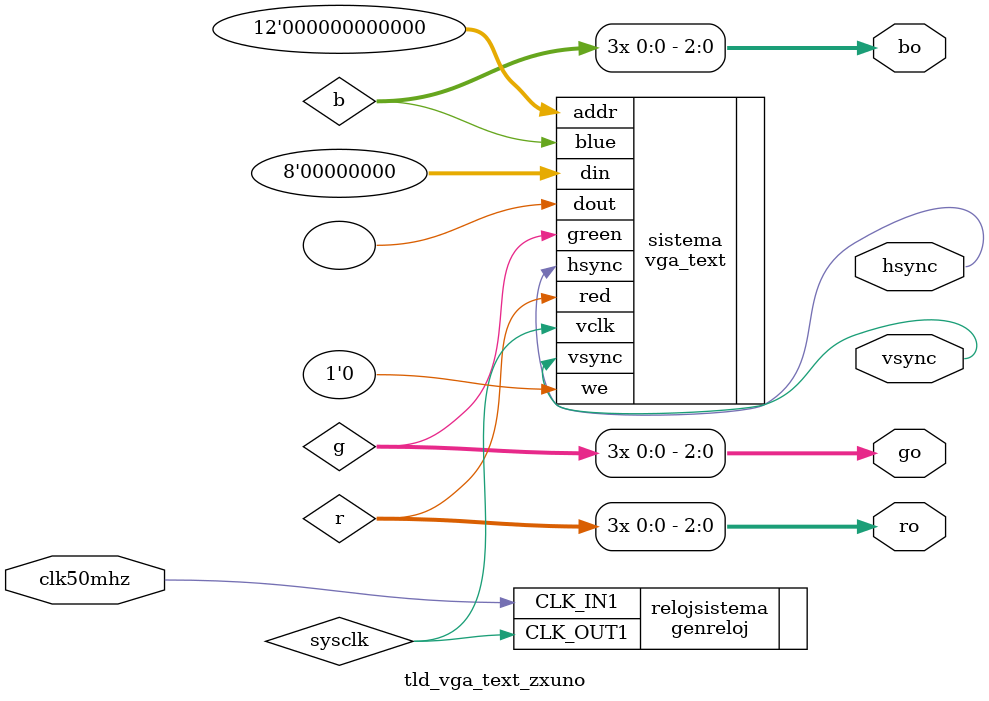
<source format=v>
/*
 * This file is part of the FPGA simple VGA project
 * Copyright (c) 2019 Miguel Angel Rodriguez Jodar.
 * 
 * This program is free software: you can redistribute it and/or modify  
 * it under the terms of the GNU General Public License as published by  
 * the Free Software Foundation, version 3.
 *
 * This program is distributed in the hope that it will be useful, but 
 * WITHOUT ANY WARRANTY; without even the implied warranty of 
 * MERCHANTABILITY or FITNESS FOR A PARTICULAR PURPOSE. See the GNU
 * General Public License for more details.
 *
 * You should have received a copy of the GNU General Public License 
 * along with this program. If not, see <http://www.gnu.org/licenses/>.
 */

`timescale 1ns / 1ns
`default_nettype none

module tld_vga_text_zxuno (
  input wire clk50mhz,
  // VGA
  output wire [2:0] ro,
  output wire [2:0] go,
  output wire [2:0] bo,
  output wire hsync,
  output wire vsync
  );

  wire sysclk;
  genreloj relojsistema (
    .CLK_IN1(clk50mhz),
    .CLK_OUT1(sysclk)
    );

  wire r,g,b;
  assign ro = {r,r,r};
  assign go = {g,g,g};
  assign bo = {b,b,b};  
  vga_text sistema (
    .vclk(sysclk),
    // interface video RAM
    .addr(12'h0000),
    .din(8'h00),
    .we(1'b0),
    .dout(),
    // salida VGA
    .red(r),
    .green(g),
    .blue(b),
    .hsync(hsync),
    .vsync(vsync)
  );
endmodule

`default_nettype wire

</source>
